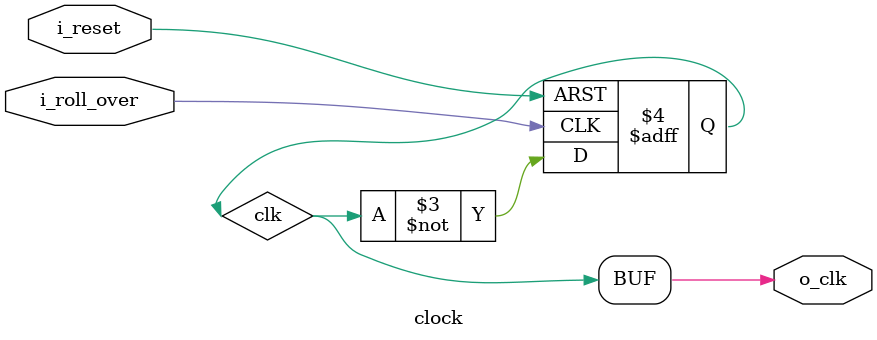
<source format=sv>
/**
 * Outputs a clock signal based on the given rollover signal.
 * The clock signal changes on every positive edge of the rollover signal.
 * On a positive edge of the reset signal, the clock is reset to high.
 *
 * @param i_roll_over rollover signal.
 * @param i_reset reset signal.
 * @param o_clk set to generated clock signal.
 **/
module clock( input  logic i_roll_over,
              input  logic i_reset,
              output logic o_clk );
  logic clk;

  always_ff @(posedge i_roll_over, posedge i_reset)
    begin
      if( i_reset == 1'b1 )
        begin
          clk <= 1'b1;
        end
      else
        begin
          clk <= ~clk;
        end
    end

  assign o_clk = clk;
endmodule
</source>
